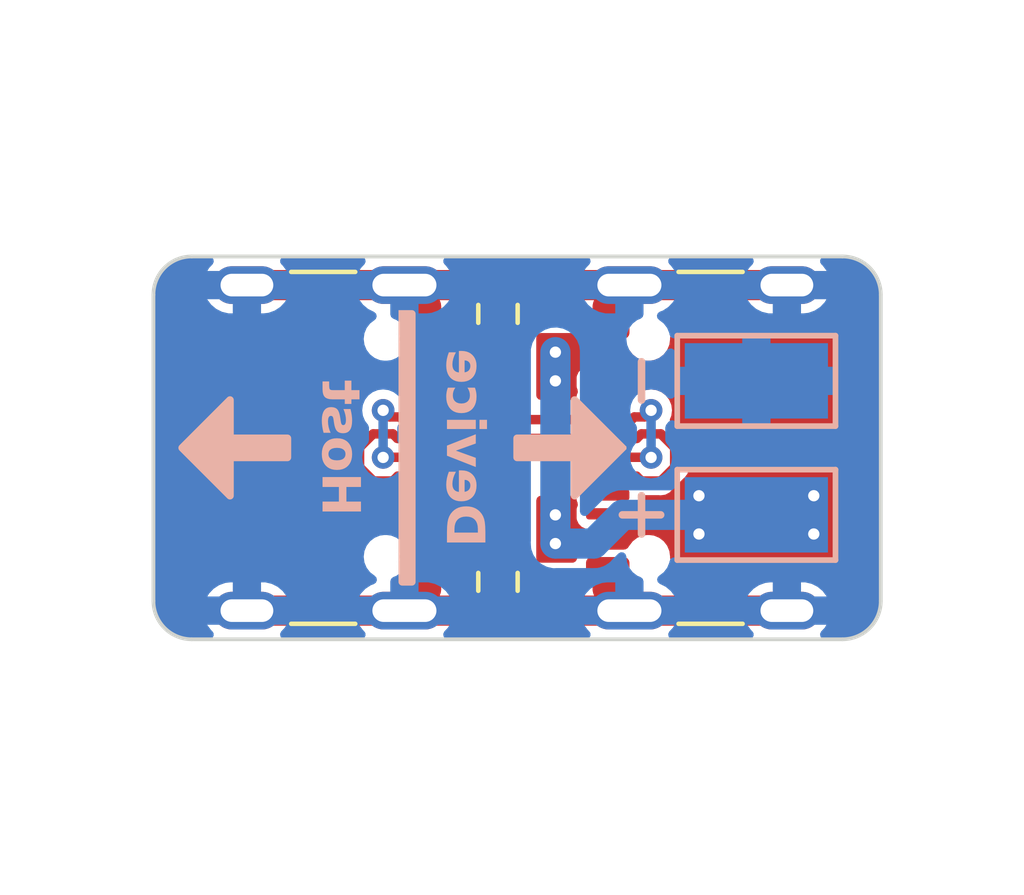
<source format=kicad_pcb>
(kicad_pcb (version 20221018) (generator pcbnew)
  (layers (0 "F.Cu" signal) (31 "B.Cu" signal) (34 "B.Paste" user) (35 "F.Paste" user) (36 "B.SilkS" user "B.Silkscreen") (37 "F.SilkS" user "F.Silkscreen") (38 "B.Mask" user) (39 "F.Mask" user) (44 "Edge.Cuts" user))
  (net 0 "")
  (net 1 "GND")
  (net 2 "Net-(J1-VBUS-PadA4)")
  (net 3 "Net-(J1-D+-PadA6)")
  (net 4 "Net-(J1-D--PadA7)")
  (net 7 "Net-(J1-CC1)")
  (net 8 "Net-(J1-CC2)")
  (net 9 "/VBUS")
  (footprint "Resistor_SMD:R_0603_1608Metric" (layer "F.Cu") (at 117.348 80.01 -90)
    (fp_text reference "R1" hide)
    (fp_text value "5.1k")
    (fp_line (start -0.237258 -0.5225) (end 0.237258 -0.5225) (stroke (width 0.12)) (layer "F.SilkS"))
    (fp_line (start -0.237258 0.5225) (end 0.237258 0.5225) (stroke (width 0.12)) (layer "F.SilkS"))
    (pad "1" smd roundrect (at -0.825 0 270) (size 0.8 0.95) (layers "F.Cu" "F.Paste" "F.Mask") (net 8 "Net-(J1-CC2)"))
    (pad "2" smd roundrect (at 0.825 0 270) (size 0.8 0.95) (layers "F.Cu" "F.Paste" "F.Mask") (net 1 "GND"))
  )
  (footprint "Resistor_SMD:R_0603_1608Metric" (layer "F.Cu") (at 117.348 72.898 90)
    (fp_text reference "R2" hide)
    (fp_text value "5.1k")
    (fp_line (start -0.237258 -0.5225) (end 0.237258 -0.5225) (stroke (width 0.12)) (layer "F.SilkS"))
    (fp_line (start -0.237258 0.5225) (end 0.237258 0.5225) (stroke (width 0.12)) (layer "F.SilkS"))
    (pad "1" smd roundrect (at -0.825 0 90) (size 0.8 0.95) (layers "F.Cu" "F.Paste" "F.Mask") (net 7 "Net-(J1-CC1)"))
    (pad "2" smd roundrect (at 0.825 0 90) (size 0.8 0.95) (layers "F.Cu" "F.Paste" "F.Mask") (net 1 "GND"))
  )
  (footprint "Connector_USB:USB_C_Receptacle_GCT_USB4105-xx-A_16P_TopMnt_Horizontal" (layer "F.Cu") (at 111.76 76.454 -90)
    (fp_text reference "J1" hide)
    (fp_text value "USB_C_Receptacle_USB2.0_14P")
    (fp_line (start -4.67 -0.1) (end -4.67 -1.8) (stroke (width 0.12)) (layer "F.SilkS"))
    (fp_line (start 4.67 -0.1) (end 4.67 -1.8) (stroke (width 0.12)) (layer "F.SilkS"))
    (pad "" np_thru_hole circle (at -2.89 -2.605 270) (size 0.65 0.65) (drill 0.65) (layers "F&B.Cu" "*.Mask"))
    (pad "" np_thru_hole circle (at 2.89 -2.605 270) (size 0.65 0.65) (drill 0.65) (layers "F&B.Cu" "*.Mask"))
    (pad "A1" smd roundrect (at -3.2 -3.68 270) (size 0.6 1.15) (layers "F.Cu" "F.Paste" "F.Mask") (net 1 "GND"))
    (pad "A4" smd roundrect (at -2.4 -3.68 270) (size 0.6 1.15) (layers "F.Cu" "F.Paste" "F.Mask") (net 2 "Net-(J1-VBUS-PadA4)"))
    (pad "A5" smd roundrect (at -1.25 -3.68 270) (size 0.3 1.15) (layers "F.Cu" "F.Paste" "F.Mask") (net 7 "Net-(J1-CC1)"))
    (pad "A6" smd roundrect (at -0.25 -3.68 270) (size 0.3 1.15) (layers "F.Cu" "F.Paste" "F.Mask") (net 3 "Net-(J1-D+-PadA6)"))
    (pad "A7" smd roundrect (at 0.25 -3.68 270) (size 0.3 1.15) (layers "F.Cu" "F.Paste" "F.Mask") (net 4 "Net-(J1-D--PadA7)"))
    (pad "A8" smd roundrect (at 1.25 -3.68 270) (size 0.3 1.15) (layers "F.Cu" "F.Paste" "F.Mask"))
    (pad "A9" smd roundrect (at 2.4 -3.68 270) (size 0.6 1.15) (layers "F.Cu" "F.Paste" "F.Mask") (net 2 "Net-(J1-VBUS-PadA4)"))
    (pad "A12" smd roundrect (at 3.2 -3.68 270) (size 0.6 1.15) (layers "F.Cu" "F.Paste" "F.Mask") (net 1 "GND"))
    (pad "B1" smd roundrect (at 3.2 -3.68 270) (size 0.6 1.15) (layers "F.Cu" "F.Paste" "F.Mask") (net 1 "GND"))
    (pad "B4" smd roundrect (at 2.4 -3.68 270) (size 0.6 1.15) (layers "F.Cu" "F.Paste" "F.Mask") (net 2 "Net-(J1-VBUS-PadA4)"))
    (pad "B5" smd roundrect (at 1.75 -3.68 270) (size 0.3 1.15) (layers "F.Cu" "F.Paste" "F.Mask") (net 8 "Net-(J1-CC2)"))
    (pad "B6" smd roundrect (at 0.75 -3.68 270) (size 0.3 1.15) (layers "F.Cu" "F.Paste" "F.Mask") (net 3 "Net-(J1-D+-PadA6)"))
    (pad "B7" smd roundrect (at -0.75 -3.68 270) (size 0.3 1.15) (layers "F.Cu" "F.Paste" "F.Mask") (net 4 "Net-(J1-D--PadA7)"))
    (pad "B8" smd roundrect (at -1.75 -3.68 270) (size 0.3 1.15) (layers "F.Cu" "F.Paste" "F.Mask"))
    (pad "B9" smd roundrect (at -2.4 -3.68 270) (size 0.6 1.15) (layers "F.Cu" "F.Paste" "F.Mask") (net 2 "Net-(J1-VBUS-PadA4)"))
    (pad "B12" smd roundrect (at -3.2 -3.68 270) (size 0.6 1.15) (layers "F.Cu" "F.Paste" "F.Mask") (net 1 "GND"))
    (pad "S1" thru_hole oval (at -4.32 -3.105 270) (size 1 2.1) (drill oval 0.6 1.7) (layers "*.Cu" "*.Mask" "F.Paste") (net 1 "GND"))
    (pad "S1" thru_hole oval (at -4.32 1.075 270) (size 1 1.8) (drill oval 0.6 1.4) (layers "*.Cu" "*.Mask" "F.Paste") (net 1 "GND"))
    (pad "S1" thru_hole oval (at 4.32 -3.105 270) (size 1 2.1) (drill oval 0.6 1.7) (layers "*.Cu" "*.Mask" "F.Paste") (net 1 "GND"))
    (pad "S1" thru_hole oval (at 4.32 1.075 270) (size 1 1.8) (drill oval 0.6 1.4) (layers "*.Cu" "*.Mask" "F.Paste") (net 1 "GND"))
  )
  (footprint "Connector_USB:USB_C_Receptacle_GCT_USB4105-xx-A_16P_TopMnt_Horizontal" (layer "F.Cu") (at 123.941236 76.454 90)
    (fp_text reference "J2" hide)
    (fp_text value "USB_C_Receptacle_USB2.0_14P")
    (fp_line (start -4.67 -0.1) (end -4.67 -1.8) (stroke (width 0.12)) (layer "F.SilkS"))
    (fp_line (start 4.67 -0.1) (end 4.67 -1.8) (stroke (width 0.12)) (layer "F.SilkS"))
    (pad "" np_thru_hole circle (at -2.89 -2.605 90) (size 0.65 0.65) (drill 0.65) (layers "F&B.Cu" "*.Mask"))
    (pad "" np_thru_hole circle (at 2.89 -2.605 90) (size 0.65 0.65) (drill 0.65) (layers "F&B.Cu" "*.Mask"))
    (pad "A1" smd roundrect (at -3.2 -3.68 90) (size 0.6 1.15) (layers "F.Cu" "F.Paste" "F.Mask") (net 1 "GND"))
    (pad "A4" smd roundrect (at -2.4 -3.68 90) (size 0.6 1.15) (layers "F.Cu" "F.Paste" "F.Mask") (net 9 "/VBUS"))
    (pad "A5" smd roundrect (at -1.25 -3.68 90) (size 0.3 1.15) (layers "F.Cu" "F.Paste" "F.Mask"))
    (pad "A6" smd roundrect (at -0.25 -3.68 90) (size 0.3 1.15) (layers "F.Cu" "F.Paste" "F.Mask") (net 3 "Net-(J1-D+-PadA6)"))
    (pad "A7" smd roundrect (at 0.25 -3.68 90) (size 0.3 1.15) (layers "F.Cu" "F.Paste" "F.Mask") (net 4 "Net-(J1-D--PadA7)"))
    (pad "A8" smd roundrect (at 1.25 -3.68 90) (size 0.3 1.15) (layers "F.Cu" "F.Paste" "F.Mask"))
    (pad "A9" smd roundrect (at 2.4 -3.68 90) (size 0.6 1.15) (layers "F.Cu" "F.Paste" "F.Mask") (net 9 "/VBUS"))
    (pad "A12" smd roundrect (at 3.2 -3.68 90) (size 0.6 1.15) (layers "F.Cu" "F.Paste" "F.Mask") (net 1 "GND"))
    (pad "B1" smd roundrect (at 3.2 -3.68 90) (size 0.6 1.15) (layers "F.Cu" "F.Paste" "F.Mask") (net 1 "GND"))
    (pad "B4" smd roundrect (at 2.4 -3.68 90) (size 0.6 1.15) (layers "F.Cu" "F.Paste" "F.Mask") (net 9 "/VBUS"))
    (pad "B5" smd roundrect (at 1.75 -3.68 90) (size 0.3 1.15) (layers "F.Cu" "F.Paste" "F.Mask"))
    (pad "B6" smd roundrect (at 0.75 -3.68 90) (size 0.3 1.15) (layers "F.Cu" "F.Paste" "F.Mask") (net 3 "Net-(J1-D+-PadA6)"))
    (pad "B7" smd roundrect (at -0.75 -3.68 90) (size 0.3 1.15) (layers "F.Cu" "F.Paste" "F.Mask") (net 4 "Net-(J1-D--PadA7)"))
    (pad "B8" smd roundrect (at -1.75 -3.68 90) (size 0.3 1.15) (layers "F.Cu" "F.Paste" "F.Mask"))
    (pad "B9" smd roundrect (at -2.4 -3.68 90) (size 0.6 1.15) (layers "F.Cu" "F.Paste" "F.Mask") (net 9 "/VBUS"))
    (pad "B12" smd roundrect (at -3.2 -3.68 90) (size 0.6 1.15) (layers "F.Cu" "F.Paste" "F.Mask") (net 1 "GND"))
    (pad "S1" thru_hole oval (at -4.32 -3.105 90) (size 1 2.1) (drill oval 0.6 1.7) (layers "*.Cu" "*.Mask" "F.Paste") (net 1 "GND"))
    (pad "S1" thru_hole oval (at -4.32 1.075 90) (size 1 1.8) (drill oval 0.6 1.4) (layers "*.Cu" "*.Mask" "F.Paste") (net 1 "GND"))
    (pad "S1" thru_hole oval (at 4.32 -3.105 90) (size 1 2.1) (drill oval 0.6 1.7) (layers "*.Cu" "*.Mask" "F.Paste") (net 1 "GND"))
    (pad "S1" thru_hole oval (at 4.32 1.075 90) (size 1 1.8) (drill oval 0.6 1.4) (layers "*.Cu" "*.Mask" "F.Paste") (net 1 "GND"))
  )
  (footprint "TestPoint:TestPoint_Keystone_5019_Minature" (layer "B.Cu") (at 124.206 74.676 180)
    (fp_text reference "J4" hide)
    (fp_text value "Conn_01x01")
    (fp_line (start -2.1 -1.2) (end -2.1 1.2) (stroke (width 0.15)) (layer "B.SilkS"))
    (fp_line (start -2.1 1.2) (end 2.1 1.2) (stroke (width 0.15)) (layer "B.SilkS"))
    (fp_line (start 2.1 -1.2) (end -2.1 -1.2) (stroke (width 0.15)) (layer "B.SilkS"))
    (fp_line (start 2.1 1.2) (end 2.1 -1.2) (stroke (width 0.15)) (layer "B.SilkS"))
    (pad "1" smd rect (at 0 0 180) (size 3.8 2) (layers "B.Cu" "B.Paste" "B.Mask") (net 1 "GND"))
  )
  (footprint "TestPoint:TestPoint_Keystone_5019_Minature" (layer "B.Cu") (at 124.206 78.232 180)
    (fp_text reference "J3" hide)
    (fp_text value "Conn_01x01")
    (fp_line (start -2.1 -1.2) (end -2.1 1.2) (stroke (width 0.15)) (layer "B.SilkS"))
    (fp_line (start -2.1 1.2) (end 2.1 1.2) (stroke (width 0.15)) (layer "B.SilkS"))
    (fp_line (start 2.1 -1.2) (end -2.1 -1.2) (stroke (width 0.15)) (layer "B.SilkS"))
    (fp_line (start 2.1 1.2) (end 2.1 -1.2) (stroke (width 0.15)) (layer "B.SilkS"))
    (pad "1" smd rect (at 0 0 180) (size 3.8 2) (layers "B.Cu" "B.Paste" "B.Mask") (net 9 "/VBUS"))
  )
  (gr_line (start 121.158 74.168) (end 121.158 75.184) (stroke (width 0.2)) (layer "B.SilkS"))
  (gr_line (start 121.158 77.724) (end 121.158 78.74) (stroke (width 0.2)) (layer "B.SilkS"))
  (gr_line (start 121.666 78.232) (end 120.65 78.232) (stroke (width 0.2)) (layer "B.SilkS"))
  (gr_poly (pts (xy 117.856 76.708) (xy 119.38 76.708) (xy 119.38 77.724) (xy 120.65 76.454) (xy 119.38 75.184) (xy 119.38 76.2) (xy 117.856 76.2)) (stroke (width 0.2)) (fill solid) (layer "B.SilkS"))
  (gr_rect (start 114.808 72.898) (end 115.062 80.01) (stroke (width 0.2)) (fill solid) (layer "B.SilkS"))
  (gr_poly (pts (xy 111.76 76.2) (xy 110.236 76.2) (xy 110.236 75.184) (xy 108.966 76.454) (xy 110.236 77.724) (xy 110.236 76.708) (xy 111.76 76.708)) (stroke (width 0.2)) (fill solid) (layer "B.SilkS"))
  (gr_arc (start 108.204 72.39) (mid 108.50158 71.67158) (end 109.22 71.374) (stroke (width 0.1)) (layer "Edge.Cuts"))
  (gr_arc (start 109.22 81.534) (mid 108.50158 81.23642) (end 108.204 80.518) (stroke (width 0.1)) (layer "Edge.Cuts"))
  (gr_arc (start 126.492 71.374) (mid 127.21042 71.67158) (end 127.508 72.39) (stroke (width 0.1)) (layer "Edge.Cuts"))
  (gr_line (start 126.492 71.374) (end 109.22 71.374) (stroke (width 0.1)) (layer "Edge.Cuts"))
  (gr_line (start 108.204 72.39) (end 108.204 80.518) (stroke (width 0.1)) (layer "Edge.Cuts"))
  (gr_line (start 127.508 80.518) (end 127.508 72.39) (stroke (width 0.1)) (layer "Edge.Cuts"))
  (gr_arc (start 127.508 80.518) (mid 127.21042 81.23642) (end 126.492 81.534) (stroke (width 0.1)) (layer "Edge.Cuts"))
  (gr_line (start 109.22 81.534) (end 126.492 81.534) (stroke (width 0.1)) (layer "Edge.Cuts"))
  (gr_text "Device" (at 115.824 76.454 270) (layer "B.SilkS") (effects (font (size 1 1) (thickness 0.2) bold) (justify bottom mirror)))
  (gr_text "Host" (at 112.522 76.454 270) (layer "B.SilkS") (effects (font (size 1 1) (thickness 0.2) bold) (justify bottom mirror)))
  (segment (start 120.836236 80.774) (end 120.261236 80.199) (width 0.8) (layer "F.Cu") (net 1))
  (segment (start 120.261236 80.199) (end 120.261236 79.754) (width 0.8) (layer "F.Cu") (net 1))
  (segment (start 115.44 72.709) (end 115.44 73.154) (width 0.8) (layer "F.Cu") (net 1))
  (segment (start 114.865 72.134) (end 115.44 72.709) (width 0.8) (layer "F.Cu") (net 1))
  (segment (start 114.865 80.774) (end 115.44 80.199) (width 0.8) (layer "F.Cu") (net 1))
  (segment (start 110.685 72.134) (end 125.016236 72.134) (width 0.8) (layer "F.Cu") (net 1))
  (segment (start 120.261236 72.709) (end 120.261236 73.154) (width 0.8) (layer "F.Cu") (net 1))
  (segment (start 115.44 80.199) (end 115.44 79.754) (width 0.8) (layer "F.Cu") (net 1))
  (segment (start 110.685 80.774) (end 125.016236 80.774) (width 0.8) (layer "F.Cu") (net 1))
  (segment (start 120.836236 72.134) (end 120.261236 72.709) (width 0.8) (layer "F.Cu") (net 1))
  (segment (start 114.558884 76.083) (end 114.679884 76.204) (width 0.25) (layer "F.Cu") (net 3))
  (segment (start 121.412 76.708) (end 121.408 76.704) (width 0.25) (layer "F.Cu") (net 3))
  (segment (start 120.89572 75.704) (end 120.96672 75.633) (width 0.25) (layer "F.Cu") (net 3))
  (segment (start 114.558884 77.333) (end 114.041116 77.333) (width 0.25) (layer "F.Cu") (net 3))
  (segment (start 121.408 76.704) (end 120.261236 76.704) (width 0.25) (layer "F.Cu") (net 3))
  (segment (start 114.041116 77.333) (end 113.675 76.966884) (width 0.25) (layer "F.Cu") (net 3))
  (segment (start 113.675 76.444) (end 114.036 76.083) (width 0.25) (layer "F.Cu") (net 3))
  (segment (start 117.469604 76.204) (end 115.44 76.204) (width 0.25) (layer "F.Cu") (net 3))
  (segment (start 115.44 77.204) (end 114.687884 77.204) (width 0.25) (layer "F.Cu") (net 3))
  (segment (start 113.675 76.966884) (end 113.675 76.444) (width 0.25) (layer "F.Cu") (net 3))
  (segment (start 120.261236 75.704) (end 120.89572 75.704) (width 0.25) (layer "F.Cu") (net 3))
  (segment (start 114.687884 77.204) (end 114.558884 77.333) (width 0.25) (layer "F.Cu") (net 3))
  (segment (start 114.036 76.083) (end 114.558884 76.083) (width 0.25) (layer "F.Cu") (net 3))
  (segment (start 121.237 75.633) (end 121.412 75.458) (width 0.25) (layer "F.Cu") (net 3))
  (segment (start 120.96672 75.633) (end 121.237 75.633) (width 0.25) (layer "F.Cu") (net 3))
  (segment (start 114.679884 76.204) (end 115.44 76.204) (width 0.25) (layer "F.Cu") (net 3))
  (segment (start 120.261236 75.704) (end 117.969604 75.704) (width 0.25) (layer "F.Cu") (net 3))
  (segment (start 117.969604 75.704) (end 117.469604 76.204) (width 0.25) (layer "F.Cu") (net 3))
  (via (at 121.412 76.708) (size 0.6) (drill 0.3) (layers "F.Cu" "B.Cu") (net 3))
  (via (at 121.412 75.458) (size 0.6) (drill 0.3) (layers "F.Cu" "B.Cu") (net 3))
  (segment (start 121.412 75.458) (end 121.412 76.708) (width 0.25) (layer "B.Cu") (net 3))
  (segment (start 120.261236 77.204) (end 121.024116 77.204) (width 0.25) (layer "F.Cu") (net 4))
  (segment (start 114.81628 75.704) (end 114.74528 75.633) (width 0.25) (layer "F.Cu") (net 4))
  (segment (start 121.670884 76.083) (end 121.153116 76.083) (width 0.25) (layer "F.Cu") (net 4))
  (segment (start 114.3 76.708) (end 114.304 76.704) (width 0.25) (layer "F.Cu") (net 4))
  (segment (start 122.037 76.966884) (end 122.037 76.449116) (width 0.25) (layer "F.Cu") (net 4))
  (segment (start 122.037 76.449116) (end 121.670884 76.083) (width 0.25) (layer "F.Cu") (net 4))
  (segment (start 114.475 75.633) (end 114.3 75.458) (width 0.25) (layer "F.Cu") (net 4))
  (segment (start 121.032116 76.204) (end 120.261236 76.204) (width 0.25) (layer "F.Cu") (net 4))
  (segment (start 115.44 76.704) (end 117.606 76.704) (width 0.25) (layer "F.Cu") (net 4))
  (segment (start 114.74528 75.633) (end 114.475 75.633) (width 0.25) (layer "F.Cu") (net 4))
  (segment (start 121.670884 77.333) (end 122.037 76.966884) (width 0.25) (layer "F.Cu") (net 4))
  (segment (start 118.106 76.204) (end 120.261236 76.204) (width 0.25) (layer "F.Cu") (net 4))
  (segment (start 114.304 76.704) (end 115.44 76.704) (width 0.25) (layer "F.Cu") (net 4))
  (segment (start 115.44 75.704) (end 114.81628 75.704) (width 0.25) (layer "F.Cu") (net 4))
  (segment (start 117.606 76.704) (end 118.106 76.204) (width 0.25) (layer "F.Cu") (net 4))
  (segment (start 121.153116 76.083) (end 121.032116 76.204) (width 0.25) (layer "F.Cu") (net 4))
  (segment (start 121.153116 77.333) (end 121.670884 77.333) (width 0.25) (layer "F.Cu") (net 4))
  (segment (start 121.024116 77.204) (end 121.153116 77.333) (width 0.25) (layer "F.Cu") (net 4))
  (via (at 114.3 75.458) (size 0.6) (drill 0.3) (layers "F.Cu" "B.Cu") (net 4))
  (via (at 114.3 76.708) (size 0.6) (drill 0.3) (layers "F.Cu" "B.Cu") (net 4))
  (segment (start 114.3 75.458) (end 114.3 76.708) (width 0.25) (layer "B.Cu") (net 4))
  (segment (start 116.082764 75.204) (end 117.348 73.938764) (width 0.25) (layer "F.Cu") (net 7))
  (segment (start 117.348 73.938764) (end 117.348 73.723) (width 0.25) (layer "F.Cu") (net 7))
  (segment (start 115.44 75.204) (end 116.082764 75.204) (width 0.25) (layer "F.Cu") (net 7))
  (segment (start 116.367 78.204) (end 117.348 79.185) (width 0.25) (layer "F.Cu") (net 8))
  (segment (start 115.44 78.204) (end 116.367 78.204) (width 0.25) (layer "F.Cu") (net 8))
  (via (at 118.872 74.676) (size 0.6) (drill 0.3) (layers "F.Cu" "B.Cu") (net 9))
  (via (at 125.73 78.74) (size 0.6) (drill 0.3) (layers "F.Cu" "B.Cu") (net 9))
  (via (at 118.872 73.914) (size 0.6) (drill 0.3) (layers "F.Cu" "B.Cu") (net 9))
  (via (at 122.682 77.724) (size 0.6) (drill 0.3) (layers "F.Cu" "B.Cu") (net 9))
  (via (at 122.682 78.74) (size 0.6) (drill 0.3) (layers "F.Cu" "B.Cu") (net 9))
  (via (at 118.872 78.994) (size 0.6) (drill 0.3) (layers "F.Cu" "B.Cu") (net 9))
  (via (at 118.872 78.232) (size 0.6) (drill 0.3) (layers "F.Cu" "B.Cu") (net 9))
  (via (at 125.73 77.724) (size 0.6) (drill 0.3) (layers "F.Cu" "B.Cu") (net 9))
  (segment (start 118.872 78.232) (end 118.872 74.676) (width 0.8) (layer "B.Cu") (net 9))
  (segment (start 118.872 74.676) (end 118.872 73.914) (width 0.8) (layer "B.Cu") (net 9))
  (segment (start 120.65 78.232) (end 124.206 78.232) (width 0.8) (layer "B.Cu") (net 9))
  (segment (start 118.872 78.994) (end 118.872 78.232) (width 0.8) (layer "B.Cu") (net 9))
  (segment (start 119.888 78.994) (end 120.65 78.232) (width 0.8) (layer "B.Cu") (net 9))
  (segment (start 118.872 78.994) (end 119.888 78.994) (width 0.8) (layer "B.Cu") (net 9))
  (zone (net 9) (net_name "/VBUS") (layer "F.Cu") (priority 1) (connect_pads yes (clearance 0.25)) (min_thickness 0.25) (fill yes (thermal_gap 0.5) (thermal_bridge_width 0.5))
    (polygon (pts (xy 118.364 73.406) (xy 118.364 75.184) (xy 120.904 75.184) (xy 120.904 77.724) (xy 118.364 77.724) (xy 118.364 79.502) (xy 126.746 79.502) (xy 126.746 73.406)))
  )
  (zone (net 1) (net_name "GND") (layer "B.Cu") (connect_pads (clearance 0.25)) (min_thickness 0.25) (fill yes (thermal_gap 0.25) (thermal_bridge_width 0.75))
    (polygon (pts (xy 105.655417 69.053047) (xy 131.309417 68.291047) (xy 130.293417 85.563047) (xy 104.131417 84.039047)))
  )
)
</source>
